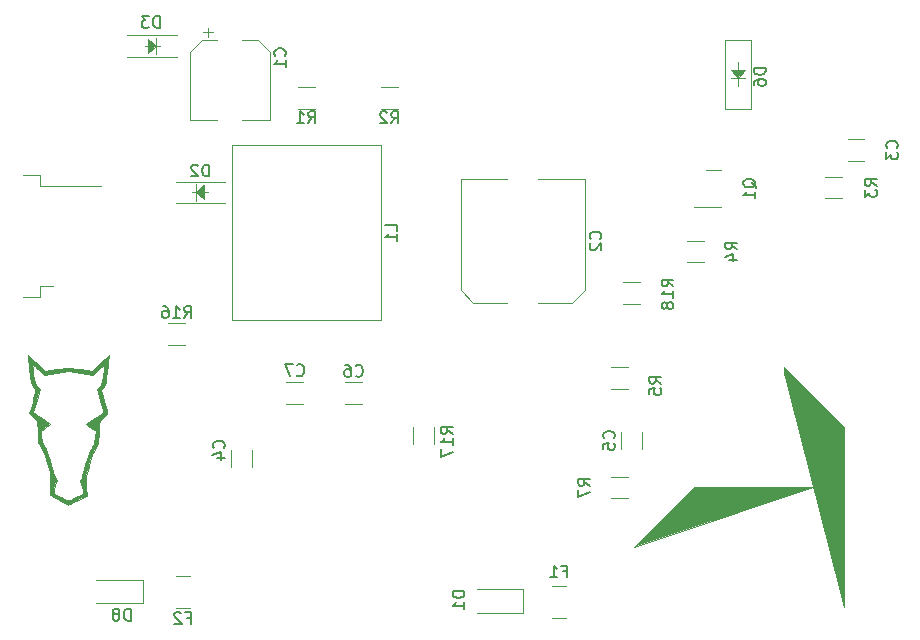
<source format=gbr>
%TF.GenerationSoftware,KiCad,Pcbnew,(6.0.2)*%
%TF.CreationDate,2022-05-29T08:20:39+05:30*%
%TF.ProjectId,AIO,41494f2e-6b69-4636-9164-5f7063625858,rev?*%
%TF.SameCoordinates,Original*%
%TF.FileFunction,Legend,Bot*%
%TF.FilePolarity,Positive*%
%FSLAX46Y46*%
G04 Gerber Fmt 4.6, Leading zero omitted, Abs format (unit mm)*
G04 Created by KiCad (PCBNEW (6.0.2)) date 2022-05-29 08:20:39*
%MOMM*%
%LPD*%
G01*
G04 APERTURE LIST*
%ADD10C,0.150000*%
%ADD11C,0.120000*%
%ADD12C,0.100000*%
%ADD13C,0.010000*%
%ADD14C,0.076200*%
G04 APERTURE END LIST*
D10*
%TO.C,F2*%
X135333333Y-134008571D02*
X135666666Y-134008571D01*
X135666666Y-134532380D02*
X135666666Y-133532380D01*
X135190476Y-133532380D01*
X134857142Y-133627619D02*
X134809523Y-133580000D01*
X134714285Y-133532380D01*
X134476190Y-133532380D01*
X134380952Y-133580000D01*
X134333333Y-133627619D01*
X134285714Y-133722857D01*
X134285714Y-133818095D01*
X134333333Y-133960952D01*
X134904761Y-134532380D01*
X134285714Y-134532380D01*
%TO.C,D2*%
X137238095Y-96652380D02*
X137238095Y-95652380D01*
X137000000Y-95652380D01*
X136857142Y-95700000D01*
X136761904Y-95795238D01*
X136714285Y-95890476D01*
X136666666Y-96080952D01*
X136666666Y-96223809D01*
X136714285Y-96414285D01*
X136761904Y-96509523D01*
X136857142Y-96604761D01*
X137000000Y-96652380D01*
X137238095Y-96652380D01*
X136285714Y-95747619D02*
X136238095Y-95700000D01*
X136142857Y-95652380D01*
X135904761Y-95652380D01*
X135809523Y-95700000D01*
X135761904Y-95747619D01*
X135714285Y-95842857D01*
X135714285Y-95938095D01*
X135761904Y-96080952D01*
X136333333Y-96652380D01*
X135714285Y-96652380D01*
%TO.C,C6*%
X149641666Y-113507142D02*
X149689285Y-113554761D01*
X149832142Y-113602380D01*
X149927380Y-113602380D01*
X150070238Y-113554761D01*
X150165476Y-113459523D01*
X150213095Y-113364285D01*
X150260714Y-113173809D01*
X150260714Y-113030952D01*
X150213095Y-112840476D01*
X150165476Y-112745238D01*
X150070238Y-112650000D01*
X149927380Y-112602380D01*
X149832142Y-112602380D01*
X149689285Y-112650000D01*
X149641666Y-112697619D01*
X148784523Y-112602380D02*
X148975000Y-112602380D01*
X149070238Y-112650000D01*
X149117857Y-112697619D01*
X149213095Y-112840476D01*
X149260714Y-113030952D01*
X149260714Y-113411904D01*
X149213095Y-113507142D01*
X149165476Y-113554761D01*
X149070238Y-113602380D01*
X148879761Y-113602380D01*
X148784523Y-113554761D01*
X148736904Y-113507142D01*
X148689285Y-113411904D01*
X148689285Y-113173809D01*
X148736904Y-113078571D01*
X148784523Y-113030952D01*
X148879761Y-112983333D01*
X149070238Y-112983333D01*
X149165476Y-113030952D01*
X149213095Y-113078571D01*
X149260714Y-113173809D01*
%TO.C,C7*%
X144666666Y-113457142D02*
X144714285Y-113504761D01*
X144857142Y-113552380D01*
X144952380Y-113552380D01*
X145095238Y-113504761D01*
X145190476Y-113409523D01*
X145238095Y-113314285D01*
X145285714Y-113123809D01*
X145285714Y-112980952D01*
X145238095Y-112790476D01*
X145190476Y-112695238D01*
X145095238Y-112600000D01*
X144952380Y-112552380D01*
X144857142Y-112552380D01*
X144714285Y-112600000D01*
X144666666Y-112647619D01*
X144333333Y-112552380D02*
X143666666Y-112552380D01*
X144095238Y-113552380D01*
%TO.C,F1*%
X167183333Y-130078571D02*
X167516666Y-130078571D01*
X167516666Y-130602380D02*
X167516666Y-129602380D01*
X167040476Y-129602380D01*
X166135714Y-130602380D02*
X166707142Y-130602380D01*
X166421428Y-130602380D02*
X166421428Y-129602380D01*
X166516666Y-129745238D01*
X166611904Y-129840476D01*
X166707142Y-129888095D01*
%TO.C,Q1*%
X183547619Y-97604761D02*
X183500000Y-97509523D01*
X183404761Y-97414285D01*
X183261904Y-97271428D01*
X183214285Y-97176190D01*
X183214285Y-97080952D01*
X183452380Y-97128571D02*
X183404761Y-97033333D01*
X183309523Y-96938095D01*
X183119047Y-96890476D01*
X182785714Y-96890476D01*
X182595238Y-96938095D01*
X182500000Y-97033333D01*
X182452380Y-97128571D01*
X182452380Y-97319047D01*
X182500000Y-97414285D01*
X182595238Y-97509523D01*
X182785714Y-97557142D01*
X183119047Y-97557142D01*
X183309523Y-97509523D01*
X183404761Y-97414285D01*
X183452380Y-97319047D01*
X183452380Y-97128571D01*
X183452380Y-98509523D02*
X183452380Y-97938095D01*
X183452380Y-98223809D02*
X182452380Y-98223809D01*
X182595238Y-98128571D01*
X182690476Y-98033333D01*
X182738095Y-97938095D01*
%TO.C,C3*%
X195457142Y-94233333D02*
X195504761Y-94185714D01*
X195552380Y-94042857D01*
X195552380Y-93947619D01*
X195504761Y-93804761D01*
X195409523Y-93709523D01*
X195314285Y-93661904D01*
X195123809Y-93614285D01*
X194980952Y-93614285D01*
X194790476Y-93661904D01*
X194695238Y-93709523D01*
X194600000Y-93804761D01*
X194552380Y-93947619D01*
X194552380Y-94042857D01*
X194600000Y-94185714D01*
X194647619Y-94233333D01*
X194552380Y-94566666D02*
X194552380Y-95185714D01*
X194933333Y-94852380D01*
X194933333Y-94995238D01*
X194980952Y-95090476D01*
X195028571Y-95138095D01*
X195123809Y-95185714D01*
X195361904Y-95185714D01*
X195457142Y-95138095D01*
X195504761Y-95090476D01*
X195552380Y-94995238D01*
X195552380Y-94709523D01*
X195504761Y-94614285D01*
X195457142Y-94566666D01*
%TO.C,R3*%
X193752380Y-97433333D02*
X193276190Y-97100000D01*
X193752380Y-96861904D02*
X192752380Y-96861904D01*
X192752380Y-97242857D01*
X192800000Y-97338095D01*
X192847619Y-97385714D01*
X192942857Y-97433333D01*
X193085714Y-97433333D01*
X193180952Y-97385714D01*
X193228571Y-97338095D01*
X193276190Y-97242857D01*
X193276190Y-96861904D01*
X192752380Y-97766666D02*
X192752380Y-98385714D01*
X193133333Y-98052380D01*
X193133333Y-98195238D01*
X193180952Y-98290476D01*
X193228571Y-98338095D01*
X193323809Y-98385714D01*
X193561904Y-98385714D01*
X193657142Y-98338095D01*
X193704761Y-98290476D01*
X193752380Y-98195238D01*
X193752380Y-97909523D01*
X193704761Y-97814285D01*
X193657142Y-97766666D01*
%TO.C,R5*%
X175512380Y-114183333D02*
X175036190Y-113850000D01*
X175512380Y-113611904D02*
X174512380Y-113611904D01*
X174512380Y-113992857D01*
X174560000Y-114088095D01*
X174607619Y-114135714D01*
X174702857Y-114183333D01*
X174845714Y-114183333D01*
X174940952Y-114135714D01*
X174988571Y-114088095D01*
X175036190Y-113992857D01*
X175036190Y-113611904D01*
X174512380Y-115088095D02*
X174512380Y-114611904D01*
X174988571Y-114564285D01*
X174940952Y-114611904D01*
X174893333Y-114707142D01*
X174893333Y-114945238D01*
X174940952Y-115040476D01*
X174988571Y-115088095D01*
X175083809Y-115135714D01*
X175321904Y-115135714D01*
X175417142Y-115088095D01*
X175464761Y-115040476D01*
X175512380Y-114945238D01*
X175512380Y-114707142D01*
X175464761Y-114611904D01*
X175417142Y-114564285D01*
%TO.C,R17*%
X157852380Y-118457142D02*
X157376190Y-118123809D01*
X157852380Y-117885714D02*
X156852380Y-117885714D01*
X156852380Y-118266666D01*
X156900000Y-118361904D01*
X156947619Y-118409523D01*
X157042857Y-118457142D01*
X157185714Y-118457142D01*
X157280952Y-118409523D01*
X157328571Y-118361904D01*
X157376190Y-118266666D01*
X157376190Y-117885714D01*
X157852380Y-119409523D02*
X157852380Y-118838095D01*
X157852380Y-119123809D02*
X156852380Y-119123809D01*
X156995238Y-119028571D01*
X157090476Y-118933333D01*
X157138095Y-118838095D01*
X156852380Y-119742857D02*
X156852380Y-120409523D01*
X157852380Y-119980952D01*
%TO.C,R1*%
X145641666Y-92127380D02*
X145975000Y-91651190D01*
X146213095Y-92127380D02*
X146213095Y-91127380D01*
X145832142Y-91127380D01*
X145736904Y-91175000D01*
X145689285Y-91222619D01*
X145641666Y-91317857D01*
X145641666Y-91460714D01*
X145689285Y-91555952D01*
X145736904Y-91603571D01*
X145832142Y-91651190D01*
X146213095Y-91651190D01*
X144689285Y-92127380D02*
X145260714Y-92127380D01*
X144975000Y-92127380D02*
X144975000Y-91127380D01*
X145070238Y-91270238D01*
X145165476Y-91365476D01*
X145260714Y-91413095D01*
%TO.C,C5*%
X171507142Y-118833333D02*
X171554761Y-118785714D01*
X171602380Y-118642857D01*
X171602380Y-118547619D01*
X171554761Y-118404761D01*
X171459523Y-118309523D01*
X171364285Y-118261904D01*
X171173809Y-118214285D01*
X171030952Y-118214285D01*
X170840476Y-118261904D01*
X170745238Y-118309523D01*
X170650000Y-118404761D01*
X170602380Y-118547619D01*
X170602380Y-118642857D01*
X170650000Y-118785714D01*
X170697619Y-118833333D01*
X170602380Y-119738095D02*
X170602380Y-119261904D01*
X171078571Y-119214285D01*
X171030952Y-119261904D01*
X170983333Y-119357142D01*
X170983333Y-119595238D01*
X171030952Y-119690476D01*
X171078571Y-119738095D01*
X171173809Y-119785714D01*
X171411904Y-119785714D01*
X171507142Y-119738095D01*
X171554761Y-119690476D01*
X171602380Y-119595238D01*
X171602380Y-119357142D01*
X171554761Y-119261904D01*
X171507142Y-119214285D01*
%TO.C,C2*%
X170357142Y-101933333D02*
X170404761Y-101885714D01*
X170452380Y-101742857D01*
X170452380Y-101647619D01*
X170404761Y-101504761D01*
X170309523Y-101409523D01*
X170214285Y-101361904D01*
X170023809Y-101314285D01*
X169880952Y-101314285D01*
X169690476Y-101361904D01*
X169595238Y-101409523D01*
X169500000Y-101504761D01*
X169452380Y-101647619D01*
X169452380Y-101742857D01*
X169500000Y-101885714D01*
X169547619Y-101933333D01*
X169547619Y-102314285D02*
X169500000Y-102361904D01*
X169452380Y-102457142D01*
X169452380Y-102695238D01*
X169500000Y-102790476D01*
X169547619Y-102838095D01*
X169642857Y-102885714D01*
X169738095Y-102885714D01*
X169880952Y-102838095D01*
X170452380Y-102266666D01*
X170452380Y-102885714D01*
%TO.C,R4*%
X181952380Y-102833333D02*
X181476190Y-102500000D01*
X181952380Y-102261904D02*
X180952380Y-102261904D01*
X180952380Y-102642857D01*
X181000000Y-102738095D01*
X181047619Y-102785714D01*
X181142857Y-102833333D01*
X181285714Y-102833333D01*
X181380952Y-102785714D01*
X181428571Y-102738095D01*
X181476190Y-102642857D01*
X181476190Y-102261904D01*
X181285714Y-103690476D02*
X181952380Y-103690476D01*
X180904761Y-103452380D02*
X181619047Y-103214285D01*
X181619047Y-103833333D01*
%TO.C,C4*%
X138457142Y-119633333D02*
X138504761Y-119585714D01*
X138552380Y-119442857D01*
X138552380Y-119347619D01*
X138504761Y-119204761D01*
X138409523Y-119109523D01*
X138314285Y-119061904D01*
X138123809Y-119014285D01*
X137980952Y-119014285D01*
X137790476Y-119061904D01*
X137695238Y-119109523D01*
X137600000Y-119204761D01*
X137552380Y-119347619D01*
X137552380Y-119442857D01*
X137600000Y-119585714D01*
X137647619Y-119633333D01*
X137885714Y-120490476D02*
X138552380Y-120490476D01*
X137504761Y-120252380D02*
X138219047Y-120014285D01*
X138219047Y-120633333D01*
%TO.C,R2*%
X152666666Y-92152380D02*
X153000000Y-91676190D01*
X153238095Y-92152380D02*
X153238095Y-91152380D01*
X152857142Y-91152380D01*
X152761904Y-91200000D01*
X152714285Y-91247619D01*
X152666666Y-91342857D01*
X152666666Y-91485714D01*
X152714285Y-91580952D01*
X152761904Y-91628571D01*
X152857142Y-91676190D01*
X153238095Y-91676190D01*
X152285714Y-91247619D02*
X152238095Y-91200000D01*
X152142857Y-91152380D01*
X151904761Y-91152380D01*
X151809523Y-91200000D01*
X151761904Y-91247619D01*
X151714285Y-91342857D01*
X151714285Y-91438095D01*
X151761904Y-91580952D01*
X152333333Y-92152380D01*
X151714285Y-92152380D01*
%TO.C,R16*%
X135142857Y-108632380D02*
X135476190Y-108156190D01*
X135714285Y-108632380D02*
X135714285Y-107632380D01*
X135333333Y-107632380D01*
X135238095Y-107680000D01*
X135190476Y-107727619D01*
X135142857Y-107822857D01*
X135142857Y-107965714D01*
X135190476Y-108060952D01*
X135238095Y-108108571D01*
X135333333Y-108156190D01*
X135714285Y-108156190D01*
X134190476Y-108632380D02*
X134761904Y-108632380D01*
X134476190Y-108632380D02*
X134476190Y-107632380D01*
X134571428Y-107775238D01*
X134666666Y-107870476D01*
X134761904Y-107918095D01*
X133333333Y-107632380D02*
X133523809Y-107632380D01*
X133619047Y-107680000D01*
X133666666Y-107727619D01*
X133761904Y-107870476D01*
X133809523Y-108060952D01*
X133809523Y-108441904D01*
X133761904Y-108537142D01*
X133714285Y-108584761D01*
X133619047Y-108632380D01*
X133428571Y-108632380D01*
X133333333Y-108584761D01*
X133285714Y-108537142D01*
X133238095Y-108441904D01*
X133238095Y-108203809D01*
X133285714Y-108108571D01*
X133333333Y-108060952D01*
X133428571Y-108013333D01*
X133619047Y-108013333D01*
X133714285Y-108060952D01*
X133761904Y-108108571D01*
X133809523Y-108203809D01*
%TO.C,C1*%
X143657142Y-86433333D02*
X143704761Y-86385714D01*
X143752380Y-86242857D01*
X143752380Y-86147619D01*
X143704761Y-86004761D01*
X143609523Y-85909523D01*
X143514285Y-85861904D01*
X143323809Y-85814285D01*
X143180952Y-85814285D01*
X142990476Y-85861904D01*
X142895238Y-85909523D01*
X142800000Y-86004761D01*
X142752380Y-86147619D01*
X142752380Y-86242857D01*
X142800000Y-86385714D01*
X142847619Y-86433333D01*
X143752380Y-87385714D02*
X143752380Y-86814285D01*
X143752380Y-87100000D02*
X142752380Y-87100000D01*
X142895238Y-87004761D01*
X142990476Y-86909523D01*
X143038095Y-86814285D01*
%TO.C,D3*%
X133038095Y-84052380D02*
X133038095Y-83052380D01*
X132800000Y-83052380D01*
X132657142Y-83100000D01*
X132561904Y-83195238D01*
X132514285Y-83290476D01*
X132466666Y-83480952D01*
X132466666Y-83623809D01*
X132514285Y-83814285D01*
X132561904Y-83909523D01*
X132657142Y-84004761D01*
X132800000Y-84052380D01*
X133038095Y-84052380D01*
X132133333Y-83052380D02*
X131514285Y-83052380D01*
X131847619Y-83433333D01*
X131704761Y-83433333D01*
X131609523Y-83480952D01*
X131561904Y-83528571D01*
X131514285Y-83623809D01*
X131514285Y-83861904D01*
X131561904Y-83957142D01*
X131609523Y-84004761D01*
X131704761Y-84052380D01*
X131990476Y-84052380D01*
X132085714Y-84004761D01*
X132133333Y-83957142D01*
%TO.C,D1*%
X158852380Y-131761904D02*
X157852380Y-131761904D01*
X157852380Y-132000000D01*
X157900000Y-132142857D01*
X157995238Y-132238095D01*
X158090476Y-132285714D01*
X158280952Y-132333333D01*
X158423809Y-132333333D01*
X158614285Y-132285714D01*
X158709523Y-132238095D01*
X158804761Y-132142857D01*
X158852380Y-132000000D01*
X158852380Y-131761904D01*
X158852380Y-133285714D02*
X158852380Y-132714285D01*
X158852380Y-133000000D02*
X157852380Y-133000000D01*
X157995238Y-132904761D01*
X158090476Y-132809523D01*
X158138095Y-132714285D01*
%TO.C,R18*%
X176552380Y-105957142D02*
X176076190Y-105623809D01*
X176552380Y-105385714D02*
X175552380Y-105385714D01*
X175552380Y-105766666D01*
X175600000Y-105861904D01*
X175647619Y-105909523D01*
X175742857Y-105957142D01*
X175885714Y-105957142D01*
X175980952Y-105909523D01*
X176028571Y-105861904D01*
X176076190Y-105766666D01*
X176076190Y-105385714D01*
X176552380Y-106909523D02*
X176552380Y-106338095D01*
X176552380Y-106623809D02*
X175552380Y-106623809D01*
X175695238Y-106528571D01*
X175790476Y-106433333D01*
X175838095Y-106338095D01*
X175980952Y-107480952D02*
X175933333Y-107385714D01*
X175885714Y-107338095D01*
X175790476Y-107290476D01*
X175742857Y-107290476D01*
X175647619Y-107338095D01*
X175600000Y-107385714D01*
X175552380Y-107480952D01*
X175552380Y-107671428D01*
X175600000Y-107766666D01*
X175647619Y-107814285D01*
X175742857Y-107861904D01*
X175790476Y-107861904D01*
X175885714Y-107814285D01*
X175933333Y-107766666D01*
X175980952Y-107671428D01*
X175980952Y-107480952D01*
X176028571Y-107385714D01*
X176076190Y-107338095D01*
X176171428Y-107290476D01*
X176361904Y-107290476D01*
X176457142Y-107338095D01*
X176504761Y-107385714D01*
X176552380Y-107480952D01*
X176552380Y-107671428D01*
X176504761Y-107766666D01*
X176457142Y-107814285D01*
X176361904Y-107861904D01*
X176171428Y-107861904D01*
X176076190Y-107814285D01*
X176028571Y-107766666D01*
X175980952Y-107671428D01*
%TO.C,D6*%
X184352380Y-87461904D02*
X183352380Y-87461904D01*
X183352380Y-87700000D01*
X183400000Y-87842857D01*
X183495238Y-87938095D01*
X183590476Y-87985714D01*
X183780952Y-88033333D01*
X183923809Y-88033333D01*
X184114285Y-87985714D01*
X184209523Y-87938095D01*
X184304761Y-87842857D01*
X184352380Y-87700000D01*
X184352380Y-87461904D01*
X183352380Y-88890476D02*
X183352380Y-88700000D01*
X183400000Y-88604761D01*
X183447619Y-88557142D01*
X183590476Y-88461904D01*
X183780952Y-88414285D01*
X184161904Y-88414285D01*
X184257142Y-88461904D01*
X184304761Y-88509523D01*
X184352380Y-88604761D01*
X184352380Y-88795238D01*
X184304761Y-88890476D01*
X184257142Y-88938095D01*
X184161904Y-88985714D01*
X183923809Y-88985714D01*
X183828571Y-88938095D01*
X183780952Y-88890476D01*
X183733333Y-88795238D01*
X183733333Y-88604761D01*
X183780952Y-88509523D01*
X183828571Y-88461904D01*
X183923809Y-88414285D01*
%TO.C,D8*%
X130588095Y-134252380D02*
X130588095Y-133252380D01*
X130350000Y-133252380D01*
X130207142Y-133300000D01*
X130111904Y-133395238D01*
X130064285Y-133490476D01*
X130016666Y-133680952D01*
X130016666Y-133823809D01*
X130064285Y-134014285D01*
X130111904Y-134109523D01*
X130207142Y-134204761D01*
X130350000Y-134252380D01*
X130588095Y-134252380D01*
X129445238Y-133680952D02*
X129540476Y-133633333D01*
X129588095Y-133585714D01*
X129635714Y-133490476D01*
X129635714Y-133442857D01*
X129588095Y-133347619D01*
X129540476Y-133300000D01*
X129445238Y-133252380D01*
X129254761Y-133252380D01*
X129159523Y-133300000D01*
X129111904Y-133347619D01*
X129064285Y-133442857D01*
X129064285Y-133490476D01*
X129111904Y-133585714D01*
X129159523Y-133633333D01*
X129254761Y-133680952D01*
X129445238Y-133680952D01*
X129540476Y-133728571D01*
X129588095Y-133776190D01*
X129635714Y-133871428D01*
X129635714Y-134061904D01*
X129588095Y-134157142D01*
X129540476Y-134204761D01*
X129445238Y-134252380D01*
X129254761Y-134252380D01*
X129159523Y-134204761D01*
X129111904Y-134157142D01*
X129064285Y-134061904D01*
X129064285Y-133871428D01*
X129111904Y-133776190D01*
X129159523Y-133728571D01*
X129254761Y-133680952D01*
%TO.C,L1*%
X153152380Y-101233333D02*
X153152380Y-100757142D01*
X152152380Y-100757142D01*
X153152380Y-102090476D02*
X153152380Y-101519047D01*
X153152380Y-101804761D02*
X152152380Y-101804761D01*
X152295238Y-101709523D01*
X152390476Y-101614285D01*
X152438095Y-101519047D01*
%TO.C,R7*%
X169472380Y-122833333D02*
X168996190Y-122500000D01*
X169472380Y-122261904D02*
X168472380Y-122261904D01*
X168472380Y-122642857D01*
X168520000Y-122738095D01*
X168567619Y-122785714D01*
X168662857Y-122833333D01*
X168805714Y-122833333D01*
X168900952Y-122785714D01*
X168948571Y-122738095D01*
X168996190Y-122642857D01*
X168996190Y-122261904D01*
X168472380Y-123166666D02*
X168472380Y-123833333D01*
X169472380Y-123404761D01*
D11*
%TO.C,F2*%
X134397936Y-130440000D02*
X135602064Y-130440000D01*
X134397936Y-133160000D02*
X135602064Y-133160000D01*
%TO.C,D2*%
X134400000Y-98900000D02*
X138600000Y-98900000D01*
X135800000Y-98000000D02*
X137126000Y-98000000D01*
X136126000Y-98700000D02*
X136126000Y-97400000D01*
X136126000Y-98000000D02*
X136126000Y-98700000D01*
X136126000Y-97300000D02*
X136126000Y-98000000D01*
X134400000Y-97100000D02*
X138600000Y-97100000D01*
D12*
X136826000Y-97400000D02*
X136126000Y-98000000D01*
X136126000Y-98000000D02*
X136826000Y-98600000D01*
X136826000Y-98600000D02*
X136826000Y-97400000D01*
G36*
X136826000Y-98600000D02*
G01*
X136126000Y-98000000D01*
X136826000Y-97400000D01*
X136826000Y-98600000D01*
G37*
X136826000Y-98600000D02*
X136126000Y-98000000D01*
X136826000Y-97400000D01*
X136826000Y-98600000D01*
D13*
%TO.C,Logo1*%
X128691435Y-111836392D02*
X128579888Y-111934383D01*
X128579888Y-111934383D02*
X128414362Y-112086744D01*
X128414362Y-112086744D02*
X128208227Y-112281197D01*
X128208227Y-112281197D02*
X128013103Y-112468443D01*
X128013103Y-112468443D02*
X127308374Y-113149642D01*
X127308374Y-113149642D02*
X126313915Y-112988571D01*
X126313915Y-112988571D02*
X125319455Y-112827501D01*
X125319455Y-112827501D02*
X124324995Y-112988571D01*
X124324995Y-112988571D02*
X123330535Y-113149642D01*
X123330535Y-113149642D02*
X122625806Y-112468443D01*
X122625806Y-112468443D02*
X122395855Y-112248081D01*
X122395855Y-112248081D02*
X122195258Y-112059485D01*
X122195258Y-112059485D02*
X122037386Y-111914929D01*
X122037386Y-111914929D02*
X121935610Y-111826690D01*
X121935610Y-111826690D02*
X121903241Y-111805080D01*
X121903241Y-111805080D02*
X121904243Y-111863834D01*
X121904243Y-111863834D02*
X121917056Y-112018229D01*
X121917056Y-112018229D02*
X121940030Y-112251821D01*
X121940030Y-112251821D02*
X121971518Y-112548169D01*
X121971518Y-112548169D02*
X122009872Y-112890828D01*
X122009872Y-112890828D02*
X122026651Y-113036179D01*
X122026651Y-113036179D02*
X122073363Y-113434659D01*
X122073363Y-113434659D02*
X122110868Y-113737627D01*
X122110868Y-113737627D02*
X122142997Y-113961704D01*
X122142997Y-113961704D02*
X122173586Y-114123511D01*
X122173586Y-114123511D02*
X122206467Y-114239670D01*
X122206467Y-114239670D02*
X122245475Y-114326802D01*
X122245475Y-114326802D02*
X122294442Y-114401526D01*
X122294442Y-114401526D02*
X122357204Y-114480466D01*
X122357204Y-114480466D02*
X122360787Y-114484838D01*
X122360787Y-114484838D02*
X122469105Y-114628553D01*
X122469105Y-114628553D02*
X122539086Y-114743530D01*
X122539086Y-114743530D02*
X122553677Y-114786581D01*
X122553677Y-114786581D02*
X122538884Y-114854275D01*
X122538884Y-114854275D02*
X122498603Y-115008539D01*
X122498603Y-115008539D02*
X122438983Y-115227576D01*
X122438983Y-115227576D02*
X122366172Y-115489592D01*
X122366172Y-115489592D02*
X122286317Y-115772789D01*
X122286317Y-115772789D02*
X122205567Y-116055372D01*
X122205567Y-116055372D02*
X122130070Y-116315545D01*
X122130070Y-116315545D02*
X122065974Y-116531512D01*
X122065974Y-116531512D02*
X122019427Y-116681478D01*
X122019427Y-116681478D02*
X122017567Y-116687170D01*
X122017567Y-116687170D02*
X122047424Y-116753272D01*
X122047424Y-116753272D02*
X122146705Y-116863204D01*
X122146705Y-116863204D02*
X122294161Y-116993546D01*
X122294161Y-116993546D02*
X122299216Y-116997614D01*
X122299216Y-116997614D02*
X122463009Y-117142837D01*
X122463009Y-117142837D02*
X122593281Y-117283376D01*
X122593281Y-117283376D02*
X122658404Y-117382348D01*
X122658404Y-117382348D02*
X122680304Y-117488218D01*
X122680304Y-117488218D02*
X122702373Y-117682366D01*
X122702373Y-117682366D02*
X122722462Y-117940206D01*
X122722462Y-117940206D02*
X122738420Y-118237150D01*
X122738420Y-118237150D02*
X122742622Y-118345502D01*
X122742622Y-118345502D02*
X122771227Y-119167545D01*
X122771227Y-119167545D02*
X123056261Y-119692131D01*
X123056261Y-119692131D02*
X123194221Y-119964557D01*
X123194221Y-119964557D02*
X123312774Y-120244918D01*
X123312774Y-120244918D02*
X123423438Y-120564326D01*
X123423438Y-120564326D02*
X123537726Y-120953890D01*
X123537726Y-120953890D02*
X123577264Y-121099644D01*
X123577264Y-121099644D02*
X123666440Y-121438172D01*
X123666440Y-121438172D02*
X123729451Y-121698221D01*
X123729451Y-121698221D02*
X123770499Y-121910038D01*
X123770499Y-121910038D02*
X123793781Y-122103874D01*
X123793781Y-122103874D02*
X123803498Y-122309975D01*
X123803498Y-122309975D02*
X123803847Y-122558593D01*
X123803847Y-122558593D02*
X123801696Y-122716348D01*
X123801696Y-122716348D02*
X123795208Y-123000300D01*
X123795208Y-123000300D02*
X123785774Y-123248945D01*
X123785774Y-123248945D02*
X123774595Y-123437478D01*
X123774595Y-123437478D02*
X123762876Y-123541093D01*
X123762876Y-123541093D02*
X123761405Y-123546934D01*
X123761405Y-123546934D02*
X123769678Y-123594679D01*
X123769678Y-123594679D02*
X123828703Y-123655375D01*
X123828703Y-123655375D02*
X123950674Y-123736907D01*
X123950674Y-123736907D02*
X124147787Y-123847160D01*
X124147787Y-123847160D02*
X124432238Y-123994020D01*
X124432238Y-123994020D02*
X124525302Y-124040823D01*
X124525302Y-124040823D02*
X124796547Y-124176078D01*
X124796547Y-124176078D02*
X125029747Y-124291172D01*
X125029747Y-124291172D02*
X125207457Y-124377588D01*
X125207457Y-124377588D02*
X125312229Y-124426813D01*
X125312229Y-124426813D02*
X125332814Y-124434956D01*
X125332814Y-124434956D02*
X125385632Y-124409823D01*
X125385632Y-124409823D02*
X125521296Y-124342532D01*
X125521296Y-124342532D02*
X125721975Y-124241999D01*
X125721975Y-124241999D02*
X125969841Y-124117138D01*
X125969841Y-124117138D02*
X126105209Y-124048720D01*
X126105209Y-124048720D02*
X126862740Y-123665432D01*
X126862740Y-123665432D02*
X126848733Y-122966771D01*
X126848733Y-122966771D02*
X126841301Y-122695826D01*
X126841301Y-122695826D02*
X126831249Y-122466476D01*
X126831249Y-122466476D02*
X126819863Y-122302019D01*
X126819863Y-122302019D02*
X126808429Y-122225758D01*
X126808429Y-122225758D02*
X126807775Y-122224504D01*
X126807775Y-122224504D02*
X126813014Y-122158514D01*
X126813014Y-122158514D02*
X126843988Y-122001732D01*
X126843988Y-122001732D02*
X126896567Y-121772236D01*
X126896567Y-121772236D02*
X126966622Y-121488102D01*
X126966622Y-121488102D02*
X127044557Y-121187959D01*
X127044557Y-121187959D02*
X127157403Y-120777171D01*
X127157403Y-120777171D02*
X127256848Y-120451198D01*
X127256848Y-120451198D02*
X127352211Y-120184277D01*
X127352211Y-120184277D02*
X127452812Y-119950645D01*
X127452812Y-119950645D02*
X127567970Y-119724539D01*
X127567970Y-119724539D02*
X127585500Y-119692534D01*
X127585500Y-119692534D02*
X127862711Y-119190048D01*
X127862711Y-119190048D02*
X127893908Y-118356754D01*
X127893908Y-118356754D02*
X127908717Y-118050009D01*
X127908717Y-118050009D02*
X127928194Y-117773816D01*
X127928194Y-117773816D02*
X127950175Y-117552525D01*
X127950175Y-117552525D02*
X127972491Y-117410485D01*
X127972491Y-117410485D02*
X127980611Y-117382348D01*
X127980611Y-117382348D02*
X128052164Y-117275795D01*
X128052164Y-117275795D02*
X128185520Y-117133971D01*
X128185520Y-117133971D02*
X128345638Y-116992753D01*
X128345638Y-116992753D02*
X128506892Y-116849885D01*
X128506892Y-116849885D02*
X128605153Y-116734523D01*
X128605153Y-116734523D02*
X128626232Y-116668887D01*
X128626232Y-116668887D02*
X128601409Y-116591595D01*
X128601409Y-116591595D02*
X128551087Y-116425577D01*
X128551087Y-116425577D02*
X128481145Y-116190545D01*
X128481145Y-116190545D02*
X128397460Y-115906215D01*
X128397460Y-115906215D02*
X128332087Y-115682348D01*
X128332087Y-115682348D02*
X128223871Y-115295309D01*
X128223871Y-115295309D02*
X128151118Y-115000331D01*
X128151118Y-115000331D02*
X128114809Y-114801931D01*
X128114809Y-114801931D02*
X128115929Y-114704628D01*
X128115929Y-114704628D02*
X128118384Y-114700285D01*
X128118384Y-114700285D02*
X128184654Y-114613147D01*
X128184654Y-114613147D02*
X128287248Y-114482109D01*
X128287248Y-114482109D02*
X128321936Y-114438379D01*
X128321936Y-114438379D02*
X128373121Y-114368022D01*
X128373121Y-114368022D02*
X128414521Y-114289819D01*
X128414521Y-114289819D02*
X128449526Y-114187467D01*
X128449526Y-114187467D02*
X128481525Y-114044662D01*
X128481525Y-114044662D02*
X128513909Y-113845101D01*
X128513909Y-113845101D02*
X128550066Y-113572479D01*
X128550066Y-113572479D02*
X128593388Y-113210494D01*
X128593388Y-113210494D02*
X128613703Y-113035111D01*
X128613703Y-113035111D02*
X128647298Y-112737284D01*
X128647298Y-112737284D02*
X128356696Y-112737284D01*
X128356696Y-112737284D02*
X128340938Y-112937892D01*
X128340938Y-112937892D02*
X128304520Y-113239309D01*
X128304520Y-113239309D02*
X128281023Y-113427197D01*
X128281023Y-113427197D02*
X128243542Y-113719860D01*
X128243542Y-113719860D02*
X128210803Y-113926234D01*
X128210803Y-113926234D02*
X128174440Y-114072158D01*
X128174440Y-114072158D02*
X128126087Y-114183467D01*
X128126087Y-114183467D02*
X128057379Y-114285999D01*
X128057379Y-114285999D02*
X127966936Y-114397252D01*
X127966936Y-114397252D02*
X127739281Y-114669161D01*
X127739281Y-114669161D02*
X128004996Y-115588310D01*
X128004996Y-115588310D02*
X128094417Y-115896556D01*
X128094417Y-115896556D02*
X128174025Y-116168958D01*
X128174025Y-116168958D02*
X128238104Y-116386114D01*
X128238104Y-116386114D02*
X128280936Y-116528618D01*
X128280936Y-116528618D02*
X128295624Y-116574691D01*
X128295624Y-116574691D02*
X128259327Y-116627630D01*
X128259327Y-116627630D02*
X128141473Y-116728960D01*
X128141473Y-116728960D02*
X127956470Y-116867625D01*
X127956470Y-116867625D02*
X127718728Y-117032566D01*
X127718728Y-117032566D02*
X127575411Y-117127416D01*
X127575411Y-117127416D02*
X126830285Y-117612908D01*
X126830285Y-117612908D02*
X127233836Y-117926468D01*
X127233836Y-117926468D02*
X127637386Y-118240028D01*
X127637386Y-118240028D02*
X127601021Y-118671966D01*
X127601021Y-118671966D02*
X127575189Y-118897343D01*
X127575189Y-118897343D02*
X127532271Y-119087292D01*
X127532271Y-119087292D02*
X127459416Y-119281255D01*
X127459416Y-119281255D02*
X127343773Y-119518675D01*
X127343773Y-119518675D02*
X127294762Y-119611904D01*
X127294762Y-119611904D02*
X127171797Y-119860646D01*
X127171797Y-119860646D02*
X127062938Y-120123312D01*
X127062938Y-120123312D02*
X126958814Y-120426379D01*
X126958814Y-120426379D02*
X126850052Y-120796326D01*
X126850052Y-120796326D02*
X126770144Y-121093930D01*
X126770144Y-121093930D02*
X126680478Y-121422881D01*
X126680478Y-121422881D02*
X126591311Y-121725279D01*
X126591311Y-121725279D02*
X126509609Y-121979254D01*
X126509609Y-121979254D02*
X126442338Y-122162936D01*
X126442338Y-122162936D02*
X126403656Y-122244473D01*
X126403656Y-122244473D02*
X126291894Y-122420989D01*
X126291894Y-122420989D02*
X126426563Y-122725500D01*
X126426563Y-122725500D02*
X126503086Y-122941250D01*
X126503086Y-122941250D02*
X126551875Y-123160890D01*
X126551875Y-123160890D02*
X126561232Y-123269557D01*
X126561232Y-123269557D02*
X126561232Y-123509102D01*
X126561232Y-123509102D02*
X125982677Y-123800877D01*
X125982677Y-123800877D02*
X125746563Y-123917297D01*
X125746563Y-123917297D02*
X125543975Y-124012256D01*
X125543975Y-124012256D02*
X125397984Y-124075256D01*
X125397984Y-124075256D02*
X125334244Y-124095944D01*
X125334244Y-124095944D02*
X125258535Y-124073270D01*
X125258535Y-124073270D02*
X125105107Y-124009167D01*
X125105107Y-124009167D02*
X124896727Y-123913653D01*
X124896727Y-123913653D02*
X124671022Y-123804146D01*
X124671022Y-123804146D02*
X124077677Y-123509056D01*
X124077677Y-123509056D02*
X124077677Y-123269534D01*
X124077677Y-123269534D02*
X124101692Y-123079129D01*
X124101692Y-123079129D02*
X124163149Y-122853387D01*
X124163149Y-122853387D02*
X124212346Y-122725500D01*
X124212346Y-122725500D02*
X124347016Y-122420989D01*
X124347016Y-122420989D02*
X124236156Y-122245899D01*
X124236156Y-122245899D02*
X124185928Y-122135530D01*
X124185928Y-122135530D02*
X124114807Y-121937052D01*
X124114807Y-121937052D02*
X124029670Y-121671777D01*
X124029670Y-121671777D02*
X123937392Y-121361016D01*
X123937392Y-121361016D02*
X123855819Y-121067134D01*
X123855819Y-121067134D02*
X123735421Y-120635365D01*
X123735421Y-120635365D02*
X123627648Y-120289504D01*
X123627648Y-120289504D02*
X123523570Y-120004648D01*
X123523570Y-120004648D02*
X123414256Y-119755895D01*
X123414256Y-119755895D02*
X123318641Y-119569112D01*
X123318641Y-119569112D02*
X123189294Y-119320979D01*
X123189294Y-119320979D02*
X123106550Y-119129496D01*
X123106550Y-119129496D02*
X123057843Y-118955176D01*
X123057843Y-118955176D02*
X123030604Y-118758531D01*
X123030604Y-118758531D02*
X123020643Y-118632758D01*
X123020643Y-118632758D02*
X122990348Y-118190751D01*
X122990348Y-118190751D02*
X123399462Y-117902514D01*
X123399462Y-117902514D02*
X123808577Y-117614278D01*
X123808577Y-117614278D02*
X123064772Y-117130361D01*
X123064772Y-117130361D02*
X122769595Y-116934890D01*
X122769595Y-116934890D02*
X122561171Y-116787835D01*
X122561171Y-116787835D02*
X122428855Y-116680531D01*
X122428855Y-116680531D02*
X122362007Y-116604312D01*
X122362007Y-116604312D02*
X122349985Y-116550513D01*
X122349985Y-116550513D02*
X122350486Y-116548730D01*
X122350486Y-116548730D02*
X122375695Y-116463291D01*
X122375695Y-116463291D02*
X122426361Y-116290065D01*
X122426361Y-116290065D02*
X122496467Y-116049680D01*
X122496467Y-116049680D02*
X122579994Y-115762761D01*
X122579994Y-115762761D02*
X122638663Y-115560981D01*
X122638663Y-115560981D02*
X122897320Y-114670947D01*
X122897320Y-114670947D02*
X122667413Y-114398290D01*
X122667413Y-114398290D02*
X122571368Y-114280932D01*
X122571368Y-114280932D02*
X122503925Y-114179973D01*
X122503925Y-114179973D02*
X122456827Y-114069704D01*
X122456827Y-114069704D02*
X122421813Y-113924415D01*
X122421813Y-113924415D02*
X122390625Y-113718395D01*
X122390625Y-113718395D02*
X122355003Y-113425934D01*
X122355003Y-113425934D02*
X122354970Y-113425657D01*
X122354970Y-113425657D02*
X122323131Y-113147279D01*
X122323131Y-113147279D02*
X122296911Y-112902164D01*
X122296911Y-112902164D02*
X122278968Y-112716287D01*
X122278968Y-112716287D02*
X122271959Y-112615625D01*
X122271959Y-112615625D02*
X122271945Y-112614039D01*
X122271945Y-112614039D02*
X122293704Y-112586286D01*
X122293704Y-112586286D02*
X122364769Y-112623277D01*
X122364769Y-112623277D02*
X122493055Y-112731034D01*
X122493055Y-112731034D02*
X122686478Y-112915576D01*
X122686478Y-112915576D02*
X122746576Y-112975049D01*
X122746576Y-112975049D02*
X123221697Y-113447702D01*
X123221697Y-113447702D02*
X125319455Y-113113286D01*
X125319455Y-113113286D02*
X127417213Y-113447702D01*
X127417213Y-113447702D02*
X127892334Y-112975049D01*
X127892334Y-112975049D02*
X128079840Y-112787896D01*
X128079840Y-112787896D02*
X128213366Y-112662791D01*
X128213366Y-112662791D02*
X128299574Y-112607486D01*
X128299574Y-112607486D02*
X128345129Y-112629733D01*
X128345129Y-112629733D02*
X128356696Y-112737284D01*
X128356696Y-112737284D02*
X128647298Y-112737284D01*
X128647298Y-112737284D02*
X128653902Y-112678747D01*
X128653902Y-112678747D02*
X128687938Y-112362177D01*
X128687938Y-112362177D02*
X128714180Y-112101854D01*
X128714180Y-112101854D02*
X128730997Y-111914230D01*
X128730997Y-111914230D02*
X128736759Y-111815758D01*
X128736759Y-111815758D02*
X128735632Y-111805044D01*
X128735632Y-111805044D02*
X128691435Y-111836392D01*
X128691435Y-111836392D02*
X128691435Y-111836392D01*
G36*
X128593388Y-113210494D02*
G01*
X128550066Y-113572479D01*
X128513909Y-113845101D01*
X128481525Y-114044662D01*
X128449526Y-114187467D01*
X128414521Y-114289819D01*
X128373121Y-114368022D01*
X128321936Y-114438379D01*
X128287248Y-114482109D01*
X128184654Y-114613147D01*
X128118384Y-114700285D01*
X128115929Y-114704628D01*
X128114809Y-114801931D01*
X128151118Y-115000331D01*
X128223871Y-115295309D01*
X128332087Y-115682348D01*
X128397460Y-115906215D01*
X128481145Y-116190545D01*
X128551087Y-116425577D01*
X128601409Y-116591595D01*
X128626232Y-116668887D01*
X128605153Y-116734523D01*
X128506892Y-116849885D01*
X128345638Y-116992753D01*
X128185520Y-117133971D01*
X128052164Y-117275795D01*
X127980611Y-117382348D01*
X127972491Y-117410485D01*
X127950175Y-117552525D01*
X127928194Y-117773816D01*
X127908717Y-118050009D01*
X127893908Y-118356754D01*
X127862711Y-119190048D01*
X127585500Y-119692534D01*
X127567970Y-119724539D01*
X127452812Y-119950645D01*
X127352211Y-120184277D01*
X127256848Y-120451198D01*
X127157403Y-120777171D01*
X127044557Y-121187959D01*
X126966622Y-121488102D01*
X126896567Y-121772236D01*
X126843988Y-122001732D01*
X126813014Y-122158514D01*
X126807775Y-122224504D01*
X126808429Y-122225758D01*
X126819863Y-122302019D01*
X126831249Y-122466476D01*
X126841301Y-122695826D01*
X126848733Y-122966771D01*
X126862740Y-123665432D01*
X126105209Y-124048720D01*
X125969841Y-124117138D01*
X125721975Y-124241999D01*
X125521296Y-124342532D01*
X125385632Y-124409823D01*
X125332814Y-124434956D01*
X125312229Y-124426813D01*
X125207457Y-124377588D01*
X125029747Y-124291172D01*
X124796547Y-124176078D01*
X124525302Y-124040823D01*
X124432238Y-123994020D01*
X124147787Y-123847160D01*
X123950674Y-123736907D01*
X123828703Y-123655375D01*
X123769678Y-123594679D01*
X123761405Y-123546934D01*
X123762876Y-123541093D01*
X123774595Y-123437478D01*
X123785774Y-123248945D01*
X123795208Y-123000300D01*
X123801696Y-122716348D01*
X123803847Y-122558593D01*
X123803498Y-122309975D01*
X123793781Y-122103874D01*
X123770499Y-121910038D01*
X123729451Y-121698221D01*
X123666440Y-121438172D01*
X123577264Y-121099644D01*
X123537726Y-120953890D01*
X123423438Y-120564326D01*
X123312774Y-120244918D01*
X123194221Y-119964557D01*
X123056261Y-119692131D01*
X122771227Y-119167545D01*
X122742622Y-118345502D01*
X122738420Y-118237150D01*
X122722462Y-117940206D01*
X122702373Y-117682366D01*
X122680304Y-117488218D01*
X122658404Y-117382348D01*
X122593281Y-117283376D01*
X122463009Y-117142837D01*
X122299216Y-116997614D01*
X122294161Y-116993546D01*
X122146705Y-116863204D01*
X122047424Y-116753272D01*
X122017567Y-116687170D01*
X122019427Y-116681478D01*
X122065974Y-116531512D01*
X122130070Y-116315545D01*
X122205567Y-116055372D01*
X122286317Y-115772789D01*
X122366172Y-115489592D01*
X122438983Y-115227576D01*
X122498603Y-115008539D01*
X122538884Y-114854275D01*
X122553677Y-114786581D01*
X122539086Y-114743530D01*
X122469105Y-114628553D01*
X122360787Y-114484838D01*
X122357204Y-114480466D01*
X122294442Y-114401526D01*
X122245475Y-114326802D01*
X122206467Y-114239670D01*
X122173586Y-114123511D01*
X122142997Y-113961704D01*
X122110868Y-113737627D01*
X122073363Y-113434659D01*
X122026651Y-113036179D01*
X122009872Y-112890828D01*
X121978891Y-112614039D01*
X122271945Y-112614039D01*
X122271959Y-112615625D01*
X122278968Y-112716287D01*
X122296911Y-112902164D01*
X122323131Y-113147279D01*
X122354970Y-113425657D01*
X122355003Y-113425934D01*
X122390625Y-113718395D01*
X122421813Y-113924415D01*
X122456827Y-114069704D01*
X122503925Y-114179973D01*
X122571368Y-114280932D01*
X122667413Y-114398290D01*
X122897320Y-114670947D01*
X122638663Y-115560981D01*
X122579994Y-115762761D01*
X122496467Y-116049680D01*
X122426361Y-116290065D01*
X122375695Y-116463291D01*
X122350486Y-116548730D01*
X122349985Y-116550513D01*
X122362007Y-116604312D01*
X122428855Y-116680531D01*
X122561171Y-116787835D01*
X122769595Y-116934890D01*
X123064772Y-117130361D01*
X123808577Y-117614278D01*
X123399462Y-117902514D01*
X122990348Y-118190751D01*
X123020643Y-118632758D01*
X123030604Y-118758531D01*
X123057843Y-118955176D01*
X123106550Y-119129496D01*
X123189294Y-119320979D01*
X123318641Y-119569112D01*
X123414256Y-119755895D01*
X123523570Y-120004648D01*
X123627648Y-120289504D01*
X123735421Y-120635365D01*
X123855819Y-121067134D01*
X123937392Y-121361016D01*
X124029670Y-121671777D01*
X124114807Y-121937052D01*
X124185928Y-122135530D01*
X124236156Y-122245899D01*
X124347016Y-122420989D01*
X124212346Y-122725500D01*
X124163149Y-122853387D01*
X124101692Y-123079129D01*
X124077677Y-123269534D01*
X124077677Y-123509056D01*
X124671022Y-123804146D01*
X124896727Y-123913653D01*
X125105107Y-124009167D01*
X125258535Y-124073270D01*
X125334244Y-124095944D01*
X125397984Y-124075256D01*
X125543975Y-124012256D01*
X125746563Y-123917297D01*
X125982677Y-123800877D01*
X126561232Y-123509102D01*
X126561232Y-123269557D01*
X126551875Y-123160890D01*
X126503086Y-122941250D01*
X126426563Y-122725500D01*
X126291894Y-122420989D01*
X126403656Y-122244473D01*
X126442338Y-122162936D01*
X126509609Y-121979254D01*
X126591311Y-121725279D01*
X126680478Y-121422881D01*
X126770144Y-121093930D01*
X126850052Y-120796326D01*
X126958814Y-120426379D01*
X127062938Y-120123312D01*
X127171797Y-119860646D01*
X127294762Y-119611904D01*
X127343773Y-119518675D01*
X127459416Y-119281255D01*
X127532271Y-119087292D01*
X127575189Y-118897343D01*
X127601021Y-118671966D01*
X127637386Y-118240028D01*
X127233836Y-117926468D01*
X126830285Y-117612908D01*
X127575411Y-117127416D01*
X127718728Y-117032566D01*
X127956470Y-116867625D01*
X128141473Y-116728960D01*
X128259327Y-116627630D01*
X128295624Y-116574691D01*
X128280936Y-116528618D01*
X128238104Y-116386114D01*
X128174025Y-116168958D01*
X128094417Y-115896556D01*
X128004996Y-115588310D01*
X127739281Y-114669161D01*
X127966936Y-114397252D01*
X128057379Y-114285999D01*
X128126087Y-114183467D01*
X128174440Y-114072158D01*
X128210803Y-113926234D01*
X128243542Y-113719860D01*
X128281023Y-113427197D01*
X128304520Y-113239309D01*
X128340938Y-112937892D01*
X128356696Y-112737284D01*
X128345129Y-112629733D01*
X128299574Y-112607486D01*
X128213366Y-112662791D01*
X128079840Y-112787896D01*
X127892334Y-112975049D01*
X127417213Y-113447702D01*
X125319455Y-113113286D01*
X123221697Y-113447702D01*
X122746576Y-112975049D01*
X122686478Y-112915576D01*
X122493055Y-112731034D01*
X122364769Y-112623277D01*
X122293704Y-112586286D01*
X122271945Y-112614039D01*
X121978891Y-112614039D01*
X121971518Y-112548169D01*
X121940030Y-112251821D01*
X121917056Y-112018229D01*
X121904243Y-111863834D01*
X121903241Y-111805080D01*
X121935610Y-111826690D01*
X122037386Y-111914929D01*
X122195258Y-112059485D01*
X122395855Y-112248081D01*
X122625806Y-112468443D01*
X123330535Y-113149642D01*
X124324995Y-112988571D01*
X125319455Y-112827501D01*
X126313915Y-112988571D01*
X127308374Y-113149642D01*
X128013103Y-112468443D01*
X128208227Y-112281197D01*
X128414362Y-112086744D01*
X128579888Y-111934383D01*
X128691435Y-111836392D01*
X128735632Y-111805044D01*
X128736759Y-111815758D01*
X128730997Y-111914230D01*
X128714180Y-112101854D01*
X128687938Y-112362177D01*
X128653902Y-112678747D01*
X128647298Y-112737284D01*
X128613703Y-113035111D01*
X128593388Y-113210494D01*
G37*
X128593388Y-113210494D02*
X128550066Y-113572479D01*
X128513909Y-113845101D01*
X128481525Y-114044662D01*
X128449526Y-114187467D01*
X128414521Y-114289819D01*
X128373121Y-114368022D01*
X128321936Y-114438379D01*
X128287248Y-114482109D01*
X128184654Y-114613147D01*
X128118384Y-114700285D01*
X128115929Y-114704628D01*
X128114809Y-114801931D01*
X128151118Y-115000331D01*
X128223871Y-115295309D01*
X128332087Y-115682348D01*
X128397460Y-115906215D01*
X128481145Y-116190545D01*
X128551087Y-116425577D01*
X128601409Y-116591595D01*
X128626232Y-116668887D01*
X128605153Y-116734523D01*
X128506892Y-116849885D01*
X128345638Y-116992753D01*
X128185520Y-117133971D01*
X128052164Y-117275795D01*
X127980611Y-117382348D01*
X127972491Y-117410485D01*
X127950175Y-117552525D01*
X127928194Y-117773816D01*
X127908717Y-118050009D01*
X127893908Y-118356754D01*
X127862711Y-119190048D01*
X127585500Y-119692534D01*
X127567970Y-119724539D01*
X127452812Y-119950645D01*
X127352211Y-120184277D01*
X127256848Y-120451198D01*
X127157403Y-120777171D01*
X127044557Y-121187959D01*
X126966622Y-121488102D01*
X126896567Y-121772236D01*
X126843988Y-122001732D01*
X126813014Y-122158514D01*
X126807775Y-122224504D01*
X126808429Y-122225758D01*
X126819863Y-122302019D01*
X126831249Y-122466476D01*
X126841301Y-122695826D01*
X126848733Y-122966771D01*
X126862740Y-123665432D01*
X126105209Y-124048720D01*
X125969841Y-124117138D01*
X125721975Y-124241999D01*
X125521296Y-124342532D01*
X125385632Y-124409823D01*
X125332814Y-124434956D01*
X125312229Y-124426813D01*
X125207457Y-124377588D01*
X125029747Y-124291172D01*
X124796547Y-124176078D01*
X124525302Y-124040823D01*
X124432238Y-123994020D01*
X124147787Y-123847160D01*
X123950674Y-123736907D01*
X123828703Y-123655375D01*
X123769678Y-123594679D01*
X123761405Y-123546934D01*
X123762876Y-123541093D01*
X123774595Y-123437478D01*
X123785774Y-123248945D01*
X123795208Y-123000300D01*
X123801696Y-122716348D01*
X123803847Y-122558593D01*
X123803498Y-122309975D01*
X123793781Y-122103874D01*
X123770499Y-121910038D01*
X123729451Y-121698221D01*
X123666440Y-121438172D01*
X123577264Y-121099644D01*
X123537726Y-120953890D01*
X123423438Y-120564326D01*
X123312774Y-120244918D01*
X123194221Y-119964557D01*
X123056261Y-119692131D01*
X122771227Y-119167545D01*
X122742622Y-118345502D01*
X122738420Y-118237150D01*
X122722462Y-117940206D01*
X122702373Y-117682366D01*
X122680304Y-117488218D01*
X122658404Y-117382348D01*
X122593281Y-117283376D01*
X122463009Y-117142837D01*
X122299216Y-116997614D01*
X122294161Y-116993546D01*
X122146705Y-116863204D01*
X122047424Y-116753272D01*
X122017567Y-116687170D01*
X122019427Y-116681478D01*
X122065974Y-116531512D01*
X122130070Y-116315545D01*
X122205567Y-116055372D01*
X122286317Y-115772789D01*
X122366172Y-115489592D01*
X122438983Y-115227576D01*
X122498603Y-115008539D01*
X122538884Y-114854275D01*
X122553677Y-114786581D01*
X122539086Y-114743530D01*
X122469105Y-114628553D01*
X122360787Y-114484838D01*
X122357204Y-114480466D01*
X122294442Y-114401526D01*
X122245475Y-114326802D01*
X122206467Y-114239670D01*
X122173586Y-114123511D01*
X122142997Y-113961704D01*
X122110868Y-113737627D01*
X122073363Y-113434659D01*
X122026651Y-113036179D01*
X122009872Y-112890828D01*
X121978891Y-112614039D01*
X122271945Y-112614039D01*
X122271959Y-112615625D01*
X122278968Y-112716287D01*
X122296911Y-112902164D01*
X122323131Y-113147279D01*
X122354970Y-113425657D01*
X122355003Y-113425934D01*
X122390625Y-113718395D01*
X122421813Y-113924415D01*
X122456827Y-114069704D01*
X122503925Y-114179973D01*
X122571368Y-114280932D01*
X122667413Y-114398290D01*
X122897320Y-114670947D01*
X122638663Y-115560981D01*
X122579994Y-115762761D01*
X122496467Y-116049680D01*
X122426361Y-116290065D01*
X122375695Y-116463291D01*
X122350486Y-116548730D01*
X122349985Y-116550513D01*
X122362007Y-116604312D01*
X122428855Y-116680531D01*
X122561171Y-116787835D01*
X122769595Y-116934890D01*
X123064772Y-117130361D01*
X123808577Y-117614278D01*
X123399462Y-117902514D01*
X122990348Y-118190751D01*
X123020643Y-118632758D01*
X123030604Y-118758531D01*
X123057843Y-118955176D01*
X123106550Y-119129496D01*
X123189294Y-119320979D01*
X123318641Y-119569112D01*
X123414256Y-119755895D01*
X123523570Y-120004648D01*
X123627648Y-120289504D01*
X123735421Y-120635365D01*
X123855819Y-121067134D01*
X123937392Y-121361016D01*
X124029670Y-121671777D01*
X124114807Y-121937052D01*
X124185928Y-122135530D01*
X124236156Y-122245899D01*
X124347016Y-122420989D01*
X124212346Y-122725500D01*
X124163149Y-122853387D01*
X124101692Y-123079129D01*
X124077677Y-123269534D01*
X124077677Y-123509056D01*
X124671022Y-123804146D01*
X124896727Y-123913653D01*
X125105107Y-124009167D01*
X125258535Y-124073270D01*
X125334244Y-124095944D01*
X125397984Y-124075256D01*
X125543975Y-124012256D01*
X125746563Y-123917297D01*
X125982677Y-123800877D01*
X126561232Y-123509102D01*
X126561232Y-123269557D01*
X126551875Y-123160890D01*
X126503086Y-122941250D01*
X126426563Y-122725500D01*
X126291894Y-122420989D01*
X126403656Y-122244473D01*
X126442338Y-122162936D01*
X126509609Y-121979254D01*
X126591311Y-121725279D01*
X126680478Y-121422881D01*
X126770144Y-121093930D01*
X126850052Y-120796326D01*
X126958814Y-120426379D01*
X127062938Y-120123312D01*
X127171797Y-119860646D01*
X127294762Y-119611904D01*
X127343773Y-119518675D01*
X127459416Y-119281255D01*
X127532271Y-119087292D01*
X127575189Y-118897343D01*
X127601021Y-118671966D01*
X127637386Y-118240028D01*
X127233836Y-117926468D01*
X126830285Y-117612908D01*
X127575411Y-117127416D01*
X127718728Y-117032566D01*
X127956470Y-116867625D01*
X128141473Y-116728960D01*
X128259327Y-116627630D01*
X128295624Y-116574691D01*
X128280936Y-116528618D01*
X128238104Y-116386114D01*
X128174025Y-116168958D01*
X128094417Y-115896556D01*
X128004996Y-115588310D01*
X127739281Y-114669161D01*
X127966936Y-114397252D01*
X128057379Y-114285999D01*
X128126087Y-114183467D01*
X128174440Y-114072158D01*
X128210803Y-113926234D01*
X128243542Y-113719860D01*
X128281023Y-113427197D01*
X128304520Y-113239309D01*
X128340938Y-112937892D01*
X128356696Y-112737284D01*
X128345129Y-112629733D01*
X128299574Y-112607486D01*
X128213366Y-112662791D01*
X128079840Y-112787896D01*
X127892334Y-112975049D01*
X127417213Y-113447702D01*
X125319455Y-113113286D01*
X123221697Y-113447702D01*
X122746576Y-112975049D01*
X122686478Y-112915576D01*
X122493055Y-112731034D01*
X122364769Y-112623277D01*
X122293704Y-112586286D01*
X122271945Y-112614039D01*
X121978891Y-112614039D01*
X121971518Y-112548169D01*
X121940030Y-112251821D01*
X121917056Y-112018229D01*
X121904243Y-111863834D01*
X121903241Y-111805080D01*
X121935610Y-111826690D01*
X122037386Y-111914929D01*
X122195258Y-112059485D01*
X122395855Y-112248081D01*
X122625806Y-112468443D01*
X123330535Y-113149642D01*
X124324995Y-112988571D01*
X125319455Y-112827501D01*
X126313915Y-112988571D01*
X127308374Y-113149642D01*
X128013103Y-112468443D01*
X128208227Y-112281197D01*
X128414362Y-112086744D01*
X128579888Y-111934383D01*
X128691435Y-111836392D01*
X128735632Y-111805044D01*
X128736759Y-111815758D01*
X128730997Y-111914230D01*
X128714180Y-112101854D01*
X128687938Y-112362177D01*
X128653902Y-112678747D01*
X128647298Y-112737284D01*
X128613703Y-113035111D01*
X128593388Y-113210494D01*
D11*
%TO.C,C6*%
X150186252Y-114090000D02*
X148763748Y-114090000D01*
X150186252Y-115910000D02*
X148763748Y-115910000D01*
%TO.C,C7*%
X143788748Y-114090000D02*
X145211252Y-114090000D01*
X143788748Y-115910000D02*
X145211252Y-115910000D01*
%TO.C,F1*%
X166247936Y-134010000D02*
X167452064Y-134010000D01*
X166247936Y-131290000D02*
X167452064Y-131290000D01*
%TO.C,Q1*%
X179950000Y-96090000D02*
X179300000Y-96090000D01*
X179950000Y-99210000D02*
X180600000Y-99210000D01*
X179950000Y-96090000D02*
X180600000Y-96090000D01*
X179950000Y-99210000D02*
X178275000Y-99210000D01*
%TO.C,C3*%
X191288748Y-95310000D02*
X192711252Y-95310000D01*
X191288748Y-93490000D02*
X192711252Y-93490000D01*
%TO.C,U1*%
X121450000Y-96500000D02*
X122950000Y-96500000D01*
X121450000Y-106900000D02*
X122950000Y-106900000D01*
X122950000Y-106900000D02*
X122950000Y-105950000D01*
X122950000Y-97450000D02*
X128075000Y-97450000D01*
X122950000Y-105950000D02*
X124050000Y-105950000D01*
X122950000Y-96500000D02*
X122950000Y-97450000D01*
%TO.C,R3*%
X189372936Y-96665000D02*
X190827064Y-96665000D01*
X189372936Y-98485000D02*
X190827064Y-98485000D01*
%TO.C,R5*%
X171272936Y-114610000D02*
X172727064Y-114610000D01*
X171272936Y-112790000D02*
X172727064Y-112790000D01*
%TO.C,R17*%
X154490000Y-117872936D02*
X154490000Y-119327064D01*
X156310000Y-117872936D02*
X156310000Y-119327064D01*
%TO.C,R1*%
X144772936Y-89090000D02*
X146227064Y-89090000D01*
X144772936Y-90910000D02*
X146227064Y-90910000D01*
%TO.C,C5*%
X172090000Y-118288748D02*
X172090000Y-119711252D01*
X173910000Y-118288748D02*
X173910000Y-119711252D01*
%TO.C,C2*%
X167995563Y-107360000D02*
X165110000Y-107360000D01*
X169060000Y-96840000D02*
X165110000Y-96840000D01*
X158540000Y-96840000D02*
X162490000Y-96840000D01*
X169060000Y-106295563D02*
X169060000Y-96840000D01*
X167995563Y-107360000D02*
X169060000Y-106295563D01*
X158540000Y-106295563D02*
X158540000Y-96840000D01*
X159604437Y-107360000D02*
X158540000Y-106295563D01*
X159604437Y-107360000D02*
X162490000Y-107360000D01*
%TO.C,R4*%
X179127064Y-102090000D02*
X177672936Y-102090000D01*
X179127064Y-103910000D02*
X177672936Y-103910000D01*
%TO.C,C4*%
X140910000Y-119788748D02*
X140910000Y-121211252D01*
X139090000Y-119788748D02*
X139090000Y-121211252D01*
%TO.C,R2*%
X153227064Y-89090000D02*
X151772936Y-89090000D01*
X153227064Y-90910000D02*
X151772936Y-90910000D01*
%TO.C,R16*%
X135227064Y-110910000D02*
X133772936Y-110910000D01*
X135227064Y-109090000D02*
X133772936Y-109090000D01*
%TO.C,C1*%
X135590000Y-86154437D02*
X135590000Y-91910000D01*
X136758750Y-84456250D02*
X137546250Y-84456250D01*
X137152500Y-84062500D02*
X137152500Y-84850000D01*
X135590000Y-91910000D02*
X137940000Y-91910000D01*
X141345563Y-85090000D02*
X140060000Y-85090000D01*
X142410000Y-91910000D02*
X140060000Y-91910000D01*
X136654437Y-85090000D02*
X135590000Y-86154437D01*
X142410000Y-86154437D02*
X142410000Y-91910000D01*
X136654437Y-85090000D02*
X137940000Y-85090000D01*
X141345563Y-85090000D02*
X142410000Y-86154437D01*
%TO.C,D3*%
X132774000Y-86300000D02*
X132774000Y-85600000D01*
X134500000Y-84700000D02*
X130300000Y-84700000D01*
X132774000Y-85600000D02*
X132774000Y-84900000D01*
X133100000Y-85600000D02*
X131774000Y-85600000D01*
X134500000Y-86500000D02*
X130300000Y-86500000D01*
X132774000Y-84900000D02*
X132774000Y-86200000D01*
D12*
X132074000Y-86200000D02*
X132774000Y-85600000D01*
X132774000Y-85600000D02*
X132074000Y-85000000D01*
X132074000Y-85000000D02*
X132074000Y-86200000D01*
G36*
X132774000Y-85600000D02*
G01*
X132074000Y-86200000D01*
X132074000Y-85000000D01*
X132774000Y-85600000D01*
G37*
X132774000Y-85600000D02*
X132074000Y-86200000D01*
X132074000Y-85000000D01*
X132774000Y-85600000D01*
D11*
%TO.C,D1*%
X163850000Y-131600000D02*
X159950000Y-131600000D01*
X163850000Y-131600000D02*
X163850000Y-133600000D01*
X163850000Y-133600000D02*
X159950000Y-133600000D01*
%TO.C,R18*%
X173727064Y-105590000D02*
X172272936Y-105590000D01*
X173727064Y-107410000D02*
X172272936Y-107410000D01*
D14*
%TO.C,Logo3*%
X185920000Y-112780000D02*
X185920000Y-113288000D01*
X185920000Y-113288000D02*
X191000000Y-133100000D01*
X191000000Y-133100000D02*
X191000000Y-117860000D01*
X191000000Y-117860000D02*
X185920000Y-112780000D01*
G36*
X191000000Y-117860000D02*
G01*
X191000000Y-133100000D01*
X185920000Y-113288000D01*
X185920000Y-112780000D01*
X191000000Y-117860000D01*
G37*
X191000000Y-117860000D02*
X191000000Y-133100000D01*
X185920000Y-113288000D01*
X185920000Y-112780000D01*
X191000000Y-117860000D01*
X178300000Y-122940000D02*
X173220000Y-128020000D01*
X173220000Y-128020000D02*
X188409200Y-122940000D01*
X188409200Y-122940000D02*
X178300000Y-122940000D01*
G36*
X173220000Y-128020000D02*
G01*
X178300000Y-122940000D01*
X188409200Y-122940000D01*
X173220000Y-128020000D01*
G37*
X173220000Y-128020000D02*
X178300000Y-122940000D01*
X188409200Y-122940000D01*
X173220000Y-128020000D01*
D11*
%TO.C,D6*%
X180900000Y-90900000D02*
X180900000Y-90700000D01*
X181100000Y-90900000D02*
X180900000Y-90900000D01*
X183100000Y-85100000D02*
X180900000Y-85100000D01*
X183100000Y-90900000D02*
X183100000Y-85200000D01*
X180900000Y-85100000D02*
X180900000Y-85300000D01*
X182000000Y-87000000D02*
X182000000Y-89000000D01*
X180900000Y-85300000D02*
X180900000Y-90700000D01*
X183100000Y-85200000D02*
X183100000Y-85100000D01*
X182000000Y-88300000D02*
X181400000Y-87600000D01*
X181400000Y-88300000D02*
X182600000Y-88300000D01*
X182600000Y-87600000D02*
X182000000Y-88300000D01*
X181400000Y-87600000D02*
X182600000Y-87600000D01*
X182000000Y-88300000D02*
X181400000Y-88300000D01*
X181400000Y-87600000D02*
X182000000Y-88300000D01*
X181100000Y-90900000D02*
X183100000Y-90900000D01*
D12*
X182000000Y-88300000D02*
X182600000Y-87600000D01*
X182600000Y-87600000D02*
X181400000Y-87600000D01*
X181400000Y-87600000D02*
X182000000Y-88300000D01*
G36*
X182000000Y-88300000D02*
G01*
X181400000Y-87600000D01*
X182600000Y-87600000D01*
X182000000Y-88300000D01*
G37*
X182000000Y-88300000D02*
X181400000Y-87600000D01*
X182600000Y-87600000D01*
X182000000Y-88300000D01*
D11*
%TO.C,D8*%
X131600000Y-130800000D02*
X131600000Y-132800000D01*
X131600000Y-130800000D02*
X127700000Y-130800000D01*
X131600000Y-132800000D02*
X127700000Y-132800000D01*
%TO.C,L1*%
X139200000Y-94000000D02*
X151800000Y-94000000D01*
X151800000Y-108800000D02*
X139200000Y-108800000D01*
X139200000Y-108800000D02*
X139200000Y-94000000D01*
X151800000Y-94000000D02*
X151800000Y-108800000D01*
%TO.C,R7*%
X172727064Y-123910000D02*
X171272936Y-123910000D01*
X172727064Y-122090000D02*
X171272936Y-122090000D01*
%TD*%
M02*

</source>
